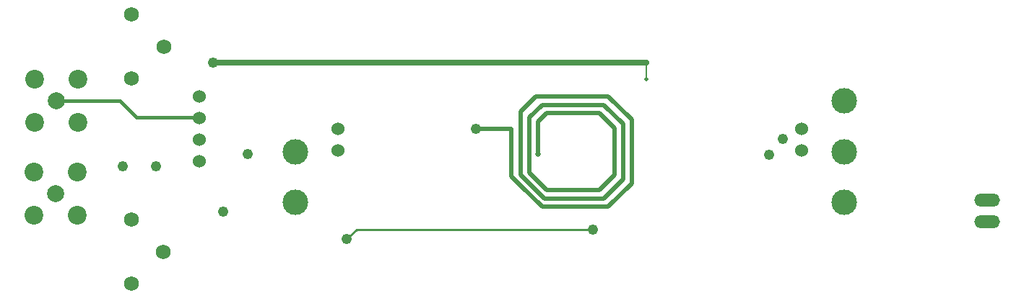
<source format=gbr>
G04 #@! TF.FileFunction,Copper,L2,Inr,Signal*
%FSLAX46Y46*%
G04 Gerber Fmt 4.6, Leading zero omitted, Abs format (unit mm)*
G04 Created by KiCad (PCBNEW 4.0.6) date 05/23/18 19:53:49*
%MOMM*%
%LPD*%
G01*
G04 APERTURE LIST*
%ADD10C,0.100000*%
%ADD11C,1.524000*%
%ADD12C,2.200000*%
%ADD13C,2.000000*%
%ADD14C,1.750000*%
%ADD15O,3.010000X1.510000*%
%ADD16C,0.508000*%
%ADD17C,1.219200*%
%ADD18C,0.650010*%
%ADD19C,2.999990*%
%ADD20C,0.150010*%
%ADD21C,0.635000*%
%ADD22C,0.500000*%
%ADD23C,0.254000*%
%ADD24C,0.381000*%
G04 APERTURE END LIST*
D10*
D11*
X21336000Y24638000D03*
X21336000Y27178000D03*
X21336000Y19558000D03*
X21336000Y22098000D03*
D12*
X2032000Y24130000D03*
X2032000Y29210000D03*
X7112000Y29210000D03*
X7112000Y24130000D03*
D13*
X4572000Y26670000D03*
D14*
X13395000Y36770000D03*
X13395000Y29270000D03*
X17145000Y33020000D03*
D12*
X1905000Y13208000D03*
X1905000Y18288000D03*
X6985000Y18288000D03*
X6985000Y13208000D03*
D13*
X4445000Y15748000D03*
D11*
X37592000Y20828000D03*
X37592000Y23368000D03*
D15*
X113665000Y12446000D03*
X113665000Y14986000D03*
D11*
X91948000Y20828000D03*
X91948000Y23368000D03*
D14*
X13335000Y12640000D03*
X13335000Y5140000D03*
X17085000Y8890000D03*
D16*
X73704700Y29164030D03*
D17*
X12299950Y18949920D03*
X16199870Y18949920D03*
X24100030Y13549880D03*
X22900130Y31150050D03*
X53710080Y23360130D03*
D18*
X61000130Y20400010D03*
D17*
X27010110Y20360130D03*
X67444620Y11487400D03*
X38623750Y10348210D03*
D19*
X32599880Y20649950D03*
X96899980Y20649950D03*
X96899980Y26649930D03*
X96899980Y14649960D03*
D17*
X89696040Y22130000D03*
X88141050Y20278600D03*
D19*
X32599880Y14649960D03*
D20*
X73704700Y29164030D02*
X73704700Y31150050D01*
D21*
X73704700Y31150050D02*
X22900130Y31150050D01*
D22*
X61000130Y20400010D02*
X61000130Y24150070D01*
X61000130Y24150070D02*
X61999880Y25150060D01*
X61999880Y25150060D02*
X68250050Y25150060D01*
X68250050Y25150060D02*
X70000110Y23400000D01*
X70000110Y23400000D02*
X70000110Y17899890D01*
X70000110Y17899890D02*
X68250050Y16150080D01*
X68250050Y16150080D02*
X61999880Y16150080D01*
X61999880Y16150080D02*
X60000130Y18150080D01*
X60000130Y18150080D02*
X60000130Y24649940D01*
X60000130Y24649940D02*
X61500000Y26150060D01*
X61500000Y26150060D02*
X68749930Y26150060D01*
X68749930Y26150060D02*
X71000110Y23899880D01*
X71000110Y23899880D02*
X71000110Y17400020D01*
X71000110Y17400020D02*
X68749930Y15150080D01*
X68749930Y15150080D02*
X61749940Y15150080D01*
X61749940Y15150080D02*
X59000140Y17899890D01*
X59000140Y17899890D02*
X59000140Y25400000D01*
X59000140Y25400000D02*
X60749940Y27150060D01*
X60749940Y27150060D02*
X69250050Y27150060D01*
X69250050Y27150060D02*
X72000110Y24400000D01*
X72000110Y24400000D02*
X72000110Y16899890D01*
X72000110Y16899890D02*
X69250050Y14150090D01*
X69250050Y14150090D02*
X61500000Y14150090D01*
X61500000Y14150090D02*
X58980070Y16649950D01*
X58980070Y16649950D02*
X57909970Y17759930D01*
X57909970Y17759930D02*
X57909970Y23360130D01*
X57909970Y23360130D02*
X53710080Y23360130D01*
D23*
X67444620Y11487400D02*
X39763190Y11487400D01*
X39763190Y11487400D02*
X38623750Y10348210D01*
D24*
X11990070Y26652980D02*
X4527040Y26652980D01*
X21332950Y24688040D02*
X14599920Y24688040D01*
X14599920Y24688040D02*
X13955010Y24688040D01*
X13955010Y24688040D02*
X11990070Y26652980D01*
M02*

</source>
